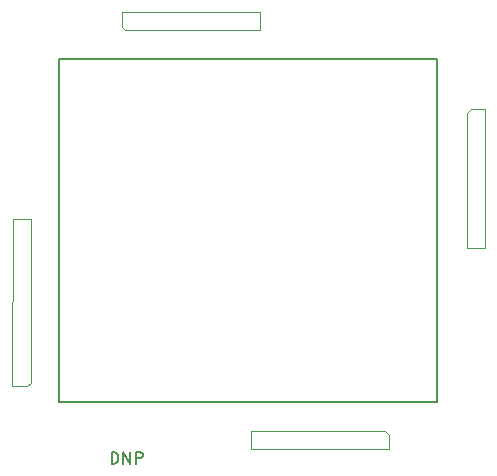
<source format=gbr>
G04 #@! TF.GenerationSoftware,KiCad,Pcbnew,9.0.0*
G04 #@! TF.CreationDate,2025-09-02T11:52:27+03:00*
G04 #@! TF.ProjectId,GSM_Adapter_Board_V1.0,47534d5f-4164-4617-9074-65725f426f61,rev?*
G04 #@! TF.SameCoordinates,Original*
G04 #@! TF.FileFunction,AssemblyDrawing,Top*
%FSLAX46Y46*%
G04 Gerber Fmt 4.6, Leading zero omitted, Abs format (unit mm)*
G04 Created by KiCad (PCBNEW 9.0.0) date 2025-09-02 11:52:27*
%MOMM*%
%LPD*%
G01*
G04 APERTURE LIST*
%ADD10C,0.150000*%
%ADD11C,0.100000*%
%ADD12C,0.127000*%
G04 APERTURE END LIST*
D10*
X118319286Y-117089819D02*
X118319286Y-116089819D01*
X118319286Y-116089819D02*
X118557381Y-116089819D01*
X118557381Y-116089819D02*
X118700238Y-116137438D01*
X118700238Y-116137438D02*
X118795476Y-116232676D01*
X118795476Y-116232676D02*
X118843095Y-116327914D01*
X118843095Y-116327914D02*
X118890714Y-116518390D01*
X118890714Y-116518390D02*
X118890714Y-116661247D01*
X118890714Y-116661247D02*
X118843095Y-116851723D01*
X118843095Y-116851723D02*
X118795476Y-116946961D01*
X118795476Y-116946961D02*
X118700238Y-117042200D01*
X118700238Y-117042200D02*
X118557381Y-117089819D01*
X118557381Y-117089819D02*
X118319286Y-117089819D01*
X119319286Y-117089819D02*
X119319286Y-116089819D01*
X119319286Y-116089819D02*
X119890714Y-117089819D01*
X119890714Y-117089819D02*
X119890714Y-116089819D01*
X120366905Y-117089819D02*
X120366905Y-116089819D01*
X120366905Y-116089819D02*
X120747857Y-116089819D01*
X120747857Y-116089819D02*
X120843095Y-116137438D01*
X120843095Y-116137438D02*
X120890714Y-116185057D01*
X120890714Y-116185057D02*
X120938333Y-116280295D01*
X120938333Y-116280295D02*
X120938333Y-116423152D01*
X120938333Y-116423152D02*
X120890714Y-116518390D01*
X120890714Y-116518390D02*
X120843095Y-116566009D01*
X120843095Y-116566009D02*
X120747857Y-116613628D01*
X120747857Y-116613628D02*
X120366905Y-116613628D01*
D11*
X130090000Y-115850000D02*
X130090000Y-114335000D01*
X141497500Y-114314746D02*
X130090000Y-114335000D01*
X141497500Y-114314746D02*
X141815000Y-114632246D01*
X141815000Y-114624746D02*
X141815000Y-115824746D01*
X141815000Y-115824746D02*
X130090000Y-115850000D01*
X119155000Y-78875254D02*
X130880000Y-78850000D01*
X119155000Y-80075254D02*
X119155000Y-78875254D01*
X119472500Y-80385254D02*
X119155000Y-80067754D01*
X119472500Y-80385254D02*
X130880000Y-80365000D01*
X130880000Y-78850000D02*
X130880000Y-80365000D01*
X109920000Y-110545000D02*
X109927500Y-96330000D01*
X109927500Y-96330000D02*
X111452500Y-96330000D01*
X111145254Y-110545000D02*
X109945254Y-110545000D01*
X111455254Y-110227500D02*
X111137754Y-110545000D01*
X111455254Y-110227500D02*
X111452500Y-96330000D01*
D12*
X113890000Y-82820000D02*
X113890000Y-111820000D01*
X113890000Y-111820000D02*
X145890000Y-111820000D01*
X145890000Y-82820000D02*
X113890000Y-82820000D01*
X145890000Y-111820000D02*
X145890000Y-82820000D01*
D11*
X148394746Y-87382500D02*
X148415000Y-98790000D01*
X148394746Y-87382500D02*
X148712246Y-87065000D01*
X148704746Y-87065000D02*
X149904746Y-87065000D01*
X149904746Y-87065000D02*
X149930000Y-98790000D01*
X149930000Y-98790000D02*
X148415000Y-98790000D01*
M02*

</source>
